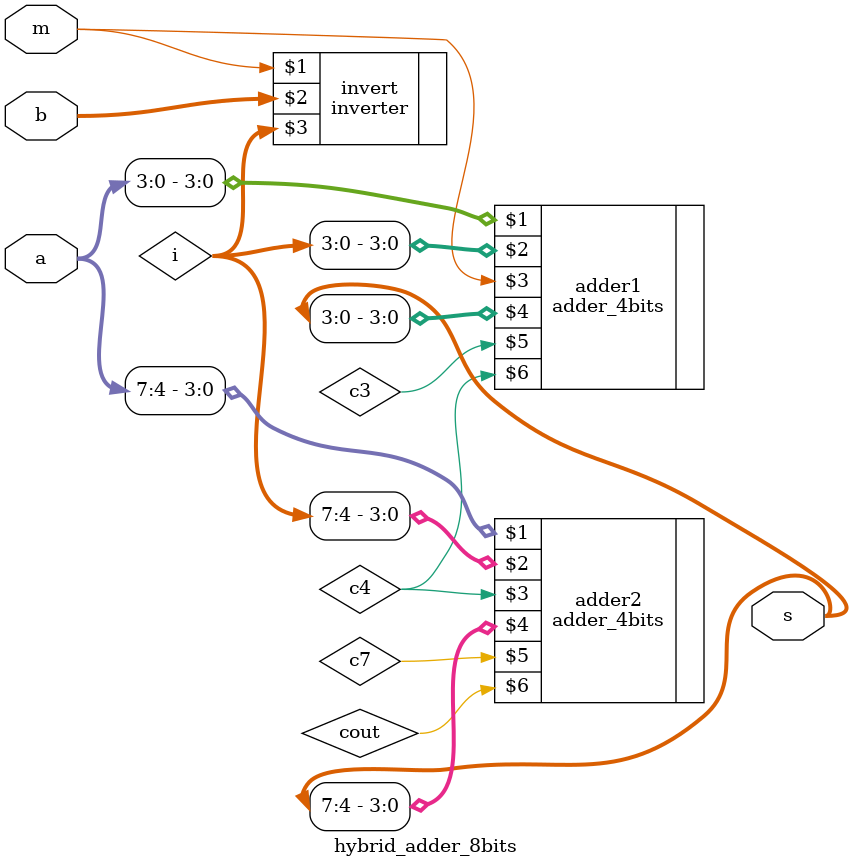
<source format=v>
`include "adder_4bits.v";
`include "inverter.v";
module hybrid_adder_8bits
(
  input [7:0] a , b,
  input m,
  output [7:0] s
);

wire c4, c3;
wire [7:0] i;
inverter invert(m, b [7:0],i);
adder_4bits adder1(a[3:0], i [3:0], m, s[3:0], c3, c4);
adder_4bits adder2(a[7:4], i [7:4], c4, s[7:4], c7, cout);
assign overflow = c7^cout;
endmodule


</source>
